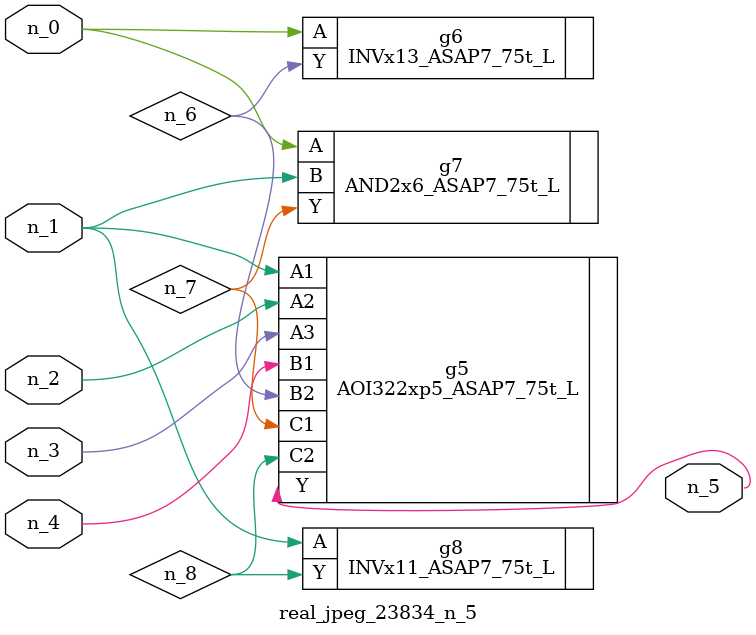
<source format=v>
module real_jpeg_23834_n_5 (n_4, n_0, n_1, n_2, n_3, n_5);

input n_4;
input n_0;
input n_1;
input n_2;
input n_3;

output n_5;

wire n_8;
wire n_6;
wire n_7;

INVx13_ASAP7_75t_L g6 ( 
.A(n_0),
.Y(n_6)
);

AND2x6_ASAP7_75t_L g7 ( 
.A(n_0),
.B(n_1),
.Y(n_7)
);

AOI322xp5_ASAP7_75t_L g5 ( 
.A1(n_1),
.A2(n_2),
.A3(n_3),
.B1(n_4),
.B2(n_6),
.C1(n_7),
.C2(n_8),
.Y(n_5)
);

INVx11_ASAP7_75t_L g8 ( 
.A(n_1),
.Y(n_8)
);


endmodule
</source>
